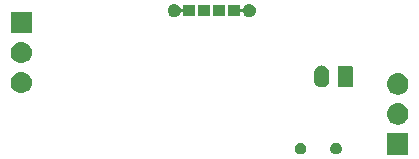
<source format=gbr>
G04 #@! TF.GenerationSoftware,KiCad,Pcbnew,(5.1.4-0)*
G04 #@! TF.CreationDate,2019-09-03T16:59:57-05:00*
G04 #@! TF.ProjectId,pic_beeper,7069635f-6265-4657-9065-722e6b696361,rev?*
G04 #@! TF.SameCoordinates,Original*
G04 #@! TF.FileFunction,Soldermask,Bot*
G04 #@! TF.FilePolarity,Negative*
%FSLAX46Y46*%
G04 Gerber Fmt 4.6, Leading zero omitted, Abs format (unit mm)*
G04 Created by KiCad (PCBNEW (5.1.4-0)) date 2019-09-03 16:59:57*
%MOMM*%
%LPD*%
G04 APERTURE LIST*
%ADD10C,0.100000*%
G04 APERTURE END LIST*
D10*
G36*
X47256000Y-24396000D02*
G01*
X45454000Y-24396000D01*
X45454000Y-22594000D01*
X47256000Y-22594000D01*
X47256000Y-24396000D01*
X47256000Y-24396000D01*
G37*
G36*
X38221740Y-23384627D02*
G01*
X38270136Y-23394253D01*
X38307902Y-23409896D01*
X38361311Y-23432019D01*
X38361312Y-23432020D01*
X38443369Y-23486848D01*
X38513152Y-23556631D01*
X38513153Y-23556633D01*
X38567981Y-23638689D01*
X38605747Y-23729865D01*
X38625000Y-23826655D01*
X38625000Y-23925345D01*
X38605747Y-24022135D01*
X38567981Y-24113311D01*
X38567980Y-24113312D01*
X38513152Y-24195369D01*
X38443369Y-24265152D01*
X38402062Y-24292752D01*
X38361311Y-24319981D01*
X38307902Y-24342104D01*
X38270136Y-24357747D01*
X38221740Y-24367373D01*
X38173345Y-24377000D01*
X38074655Y-24377000D01*
X38026260Y-24367373D01*
X37977864Y-24357747D01*
X37940098Y-24342104D01*
X37886689Y-24319981D01*
X37845938Y-24292752D01*
X37804631Y-24265152D01*
X37734848Y-24195369D01*
X37680020Y-24113312D01*
X37680019Y-24113311D01*
X37642253Y-24022135D01*
X37623000Y-23925345D01*
X37623000Y-23826655D01*
X37642253Y-23729865D01*
X37680019Y-23638689D01*
X37734847Y-23556633D01*
X37734848Y-23556631D01*
X37804631Y-23486848D01*
X37886688Y-23432020D01*
X37886689Y-23432019D01*
X37940098Y-23409896D01*
X37977864Y-23394253D01*
X38026260Y-23384626D01*
X38074655Y-23375000D01*
X38173345Y-23375000D01*
X38221740Y-23384627D01*
X38221740Y-23384627D01*
G37*
G36*
X41221740Y-23384627D02*
G01*
X41270136Y-23394253D01*
X41307902Y-23409896D01*
X41361311Y-23432019D01*
X41361312Y-23432020D01*
X41443369Y-23486848D01*
X41513152Y-23556631D01*
X41513153Y-23556633D01*
X41567981Y-23638689D01*
X41605747Y-23729865D01*
X41625000Y-23826655D01*
X41625000Y-23925345D01*
X41605747Y-24022135D01*
X41567981Y-24113311D01*
X41567980Y-24113312D01*
X41513152Y-24195369D01*
X41443369Y-24265152D01*
X41402062Y-24292752D01*
X41361311Y-24319981D01*
X41307902Y-24342104D01*
X41270136Y-24357747D01*
X41221740Y-24367373D01*
X41173345Y-24377000D01*
X41074655Y-24377000D01*
X41026260Y-24367373D01*
X40977864Y-24357747D01*
X40940098Y-24342104D01*
X40886689Y-24319981D01*
X40845938Y-24292752D01*
X40804631Y-24265152D01*
X40734848Y-24195369D01*
X40680020Y-24113312D01*
X40680019Y-24113311D01*
X40642253Y-24022135D01*
X40623000Y-23925345D01*
X40623000Y-23826655D01*
X40642253Y-23729865D01*
X40680019Y-23638689D01*
X40734847Y-23556633D01*
X40734848Y-23556631D01*
X40804631Y-23486848D01*
X40886688Y-23432020D01*
X40886689Y-23432019D01*
X40940098Y-23409896D01*
X40977864Y-23394253D01*
X41026260Y-23384626D01*
X41074655Y-23375000D01*
X41173345Y-23375000D01*
X41221740Y-23384627D01*
X41221740Y-23384627D01*
G37*
G36*
X46465442Y-20060518D02*
G01*
X46531627Y-20067037D01*
X46701466Y-20118557D01*
X46857991Y-20202222D01*
X46893729Y-20231552D01*
X46995186Y-20314814D01*
X47078448Y-20416271D01*
X47107778Y-20452009D01*
X47191443Y-20608534D01*
X47242963Y-20778373D01*
X47260359Y-20955000D01*
X47242963Y-21131627D01*
X47191443Y-21301466D01*
X47107778Y-21457991D01*
X47078448Y-21493729D01*
X46995186Y-21595186D01*
X46893729Y-21678448D01*
X46857991Y-21707778D01*
X46701466Y-21791443D01*
X46531627Y-21842963D01*
X46465443Y-21849481D01*
X46399260Y-21856000D01*
X46310740Y-21856000D01*
X46244557Y-21849481D01*
X46178373Y-21842963D01*
X46008534Y-21791443D01*
X45852009Y-21707778D01*
X45816271Y-21678448D01*
X45714814Y-21595186D01*
X45631552Y-21493729D01*
X45602222Y-21457991D01*
X45518557Y-21301466D01*
X45467037Y-21131627D01*
X45449641Y-20955000D01*
X45467037Y-20778373D01*
X45518557Y-20608534D01*
X45602222Y-20452009D01*
X45631552Y-20416271D01*
X45714814Y-20314814D01*
X45816271Y-20231552D01*
X45852009Y-20202222D01*
X46008534Y-20118557D01*
X46178373Y-20067037D01*
X46244558Y-20060518D01*
X46310740Y-20054000D01*
X46399260Y-20054000D01*
X46465442Y-20060518D01*
X46465442Y-20060518D01*
G37*
G36*
X46465442Y-17520518D02*
G01*
X46531627Y-17527037D01*
X46701466Y-17578557D01*
X46857991Y-17662222D01*
X46893729Y-17691552D01*
X46995186Y-17774814D01*
X47078448Y-17876271D01*
X47107778Y-17912009D01*
X47191443Y-18068534D01*
X47242963Y-18238373D01*
X47260359Y-18415000D01*
X47242963Y-18591627D01*
X47191443Y-18761466D01*
X47107778Y-18917991D01*
X47099411Y-18928186D01*
X46995186Y-19055186D01*
X46893729Y-19138448D01*
X46857991Y-19167778D01*
X46701466Y-19251443D01*
X46531627Y-19302963D01*
X46465442Y-19309482D01*
X46399260Y-19316000D01*
X46310740Y-19316000D01*
X46244558Y-19309482D01*
X46178373Y-19302963D01*
X46008534Y-19251443D01*
X45852009Y-19167778D01*
X45816271Y-19138448D01*
X45714814Y-19055186D01*
X45610589Y-18928186D01*
X45602222Y-18917991D01*
X45518557Y-18761466D01*
X45467037Y-18591627D01*
X45449641Y-18415000D01*
X45467037Y-18238373D01*
X45518557Y-18068534D01*
X45602222Y-17912009D01*
X45631552Y-17876271D01*
X45714814Y-17774814D01*
X45816271Y-17691552D01*
X45852009Y-17662222D01*
X46008534Y-17578557D01*
X46178373Y-17527037D01*
X46244558Y-17520518D01*
X46310740Y-17514000D01*
X46399260Y-17514000D01*
X46465442Y-17520518D01*
X46465442Y-17520518D01*
G37*
G36*
X14588442Y-17393518D02*
G01*
X14654627Y-17400037D01*
X14824466Y-17451557D01*
X14980991Y-17535222D01*
X15016729Y-17564552D01*
X15118186Y-17647814D01*
X15201448Y-17749271D01*
X15230778Y-17785009D01*
X15314443Y-17941534D01*
X15365963Y-18111373D01*
X15383359Y-18288000D01*
X15365963Y-18464627D01*
X15314443Y-18634466D01*
X15230778Y-18790991D01*
X15201448Y-18826729D01*
X15118186Y-18928186D01*
X15016729Y-19011448D01*
X14980991Y-19040778D01*
X14824466Y-19124443D01*
X14654627Y-19175963D01*
X14588443Y-19182481D01*
X14522260Y-19189000D01*
X14433740Y-19189000D01*
X14367557Y-19182481D01*
X14301373Y-19175963D01*
X14131534Y-19124443D01*
X13975009Y-19040778D01*
X13939271Y-19011448D01*
X13837814Y-18928186D01*
X13754552Y-18826729D01*
X13725222Y-18790991D01*
X13641557Y-18634466D01*
X13590037Y-18464627D01*
X13572641Y-18288000D01*
X13590037Y-18111373D01*
X13641557Y-17941534D01*
X13725222Y-17785009D01*
X13754552Y-17749271D01*
X13837814Y-17647814D01*
X13939271Y-17564552D01*
X13975009Y-17535222D01*
X14131534Y-17451557D01*
X14301373Y-17400037D01*
X14367558Y-17393518D01*
X14433740Y-17387000D01*
X14522260Y-17387000D01*
X14588442Y-17393518D01*
X14588442Y-17393518D01*
G37*
G36*
X40037618Y-16863420D02*
G01*
X40118400Y-16887925D01*
X40160336Y-16900646D01*
X40273425Y-16961094D01*
X40372554Y-17042446D01*
X40453906Y-17141575D01*
X40514354Y-17254664D01*
X40514355Y-17254668D01*
X40551580Y-17377382D01*
X40561000Y-17473027D01*
X40561000Y-18086973D01*
X40551580Y-18182618D01*
X40534667Y-18238373D01*
X40514354Y-18305336D01*
X40453906Y-18418425D01*
X40372554Y-18517553D01*
X40273424Y-18598906D01*
X40160335Y-18659354D01*
X40128403Y-18669040D01*
X40037617Y-18696580D01*
X39910000Y-18709149D01*
X39782382Y-18696580D01*
X39691596Y-18669040D01*
X39659664Y-18659354D01*
X39546575Y-18598906D01*
X39447447Y-18517554D01*
X39366094Y-18418424D01*
X39305646Y-18305335D01*
X39285334Y-18238375D01*
X39268420Y-18182617D01*
X39259000Y-18086972D01*
X39259000Y-17473027D01*
X39268420Y-17377382D01*
X39305645Y-17254668D01*
X39305645Y-17254667D01*
X39337957Y-17194217D01*
X39366095Y-17141574D01*
X39379493Y-17125249D01*
X39447447Y-17042446D01*
X39546576Y-16961094D01*
X39659665Y-16900646D01*
X39701601Y-16887925D01*
X39782383Y-16863420D01*
X39910000Y-16850851D01*
X40037618Y-16863420D01*
X40037618Y-16863420D01*
G37*
G36*
X42401242Y-16858404D02*
G01*
X42438337Y-16869657D01*
X42472515Y-16887925D01*
X42502481Y-16912519D01*
X42527075Y-16942485D01*
X42545343Y-16976663D01*
X42556596Y-17013758D01*
X42561000Y-17058474D01*
X42561000Y-18501526D01*
X42556596Y-18546242D01*
X42545343Y-18583337D01*
X42527075Y-18617515D01*
X42502481Y-18647481D01*
X42472515Y-18672075D01*
X42438337Y-18690343D01*
X42401242Y-18701596D01*
X42356526Y-18706000D01*
X41463474Y-18706000D01*
X41418758Y-18701596D01*
X41381663Y-18690343D01*
X41347485Y-18672075D01*
X41317519Y-18647481D01*
X41292925Y-18617515D01*
X41274657Y-18583337D01*
X41263404Y-18546242D01*
X41259000Y-18501526D01*
X41259000Y-17058474D01*
X41263404Y-17013758D01*
X41274657Y-16976663D01*
X41292925Y-16942485D01*
X41317519Y-16912519D01*
X41347485Y-16887925D01*
X41381663Y-16869657D01*
X41418758Y-16858404D01*
X41463474Y-16854000D01*
X42356526Y-16854000D01*
X42401242Y-16858404D01*
X42401242Y-16858404D01*
G37*
G36*
X14588442Y-14853518D02*
G01*
X14654627Y-14860037D01*
X14824466Y-14911557D01*
X14980991Y-14995222D01*
X15016729Y-15024552D01*
X15118186Y-15107814D01*
X15201448Y-15209271D01*
X15230778Y-15245009D01*
X15314443Y-15401534D01*
X15365963Y-15571373D01*
X15383359Y-15748000D01*
X15365963Y-15924627D01*
X15314443Y-16094466D01*
X15230778Y-16250991D01*
X15201448Y-16286729D01*
X15118186Y-16388186D01*
X15016729Y-16471448D01*
X14980991Y-16500778D01*
X14824466Y-16584443D01*
X14654627Y-16635963D01*
X14588443Y-16642481D01*
X14522260Y-16649000D01*
X14433740Y-16649000D01*
X14367557Y-16642481D01*
X14301373Y-16635963D01*
X14131534Y-16584443D01*
X13975009Y-16500778D01*
X13939271Y-16471448D01*
X13837814Y-16388186D01*
X13754552Y-16286729D01*
X13725222Y-16250991D01*
X13641557Y-16094466D01*
X13590037Y-15924627D01*
X13572641Y-15748000D01*
X13590037Y-15571373D01*
X13641557Y-15401534D01*
X13725222Y-15245009D01*
X13754552Y-15209271D01*
X13837814Y-15107814D01*
X13939271Y-15024552D01*
X13975009Y-14995222D01*
X14131534Y-14911557D01*
X14301373Y-14860037D01*
X14367558Y-14853518D01*
X14433740Y-14847000D01*
X14522260Y-14847000D01*
X14588442Y-14853518D01*
X14588442Y-14853518D01*
G37*
G36*
X15379000Y-14109000D02*
G01*
X13577000Y-14109000D01*
X13577000Y-12307000D01*
X15379000Y-12307000D01*
X15379000Y-14109000D01*
X15379000Y-14109000D01*
G37*
G36*
X33942721Y-11662174D02*
G01*
X34042995Y-11703709D01*
X34042996Y-11703710D01*
X34133242Y-11764010D01*
X34209990Y-11840758D01*
X34209991Y-11840760D01*
X34270291Y-11931005D01*
X34311826Y-12031279D01*
X34333000Y-12137730D01*
X34333000Y-12246270D01*
X34311826Y-12352721D01*
X34270291Y-12452995D01*
X34270290Y-12452996D01*
X34209990Y-12543242D01*
X34133242Y-12619990D01*
X34087812Y-12650345D01*
X34042995Y-12680291D01*
X33942721Y-12721826D01*
X33836270Y-12743000D01*
X33727730Y-12743000D01*
X33621279Y-12721826D01*
X33521005Y-12680291D01*
X33476188Y-12650345D01*
X33430758Y-12619990D01*
X33354010Y-12543242D01*
X33293710Y-12452996D01*
X33293709Y-12452995D01*
X33253483Y-12355881D01*
X33241932Y-12334270D01*
X33226387Y-12315328D01*
X33207445Y-12299783D01*
X33185834Y-12288232D01*
X33162385Y-12281119D01*
X33137999Y-12278717D01*
X33113613Y-12281119D01*
X33090164Y-12288232D01*
X33068553Y-12299783D01*
X33049611Y-12315328D01*
X33034066Y-12334270D01*
X33022515Y-12355881D01*
X33015402Y-12379330D01*
X33013000Y-12403716D01*
X33013000Y-12693000D01*
X32011000Y-12693000D01*
X32011000Y-11691000D01*
X33013000Y-11691000D01*
X33013000Y-11980284D01*
X33015402Y-12004670D01*
X33022515Y-12028119D01*
X33034066Y-12049730D01*
X33049611Y-12068672D01*
X33068553Y-12084217D01*
X33090164Y-12095768D01*
X33113613Y-12102881D01*
X33137999Y-12105283D01*
X33162385Y-12102881D01*
X33185834Y-12095768D01*
X33207445Y-12084217D01*
X33226387Y-12068672D01*
X33241932Y-12049730D01*
X33253483Y-12028119D01*
X33293709Y-11931005D01*
X33354009Y-11840760D01*
X33354010Y-11840758D01*
X33430758Y-11764010D01*
X33521004Y-11703710D01*
X33521005Y-11703709D01*
X33621279Y-11662174D01*
X33727730Y-11641000D01*
X33836270Y-11641000D01*
X33942721Y-11662174D01*
X33942721Y-11662174D01*
G37*
G36*
X27592721Y-11662174D02*
G01*
X27692995Y-11703709D01*
X27692996Y-11703710D01*
X27783242Y-11764010D01*
X27859990Y-11840758D01*
X27859991Y-11840760D01*
X27920291Y-11931005D01*
X27960517Y-12028119D01*
X27972068Y-12049730D01*
X27987613Y-12068672D01*
X28006555Y-12084217D01*
X28028166Y-12095768D01*
X28051615Y-12102881D01*
X28076001Y-12105283D01*
X28100387Y-12102881D01*
X28123836Y-12095768D01*
X28145447Y-12084217D01*
X28164389Y-12068672D01*
X28179934Y-12049730D01*
X28191485Y-12028119D01*
X28198598Y-12004670D01*
X28201000Y-11980284D01*
X28201000Y-11691000D01*
X29203000Y-11691000D01*
X29203000Y-12693000D01*
X28201000Y-12693000D01*
X28201000Y-12403716D01*
X28198598Y-12379330D01*
X28191485Y-12355881D01*
X28179934Y-12334270D01*
X28164389Y-12315328D01*
X28145447Y-12299783D01*
X28123836Y-12288232D01*
X28100387Y-12281119D01*
X28076001Y-12278717D01*
X28051615Y-12281119D01*
X28028166Y-12288232D01*
X28006555Y-12299783D01*
X27987613Y-12315328D01*
X27972068Y-12334270D01*
X27960517Y-12355881D01*
X27920291Y-12452995D01*
X27920290Y-12452996D01*
X27859990Y-12543242D01*
X27783242Y-12619990D01*
X27737812Y-12650345D01*
X27692995Y-12680291D01*
X27592721Y-12721826D01*
X27486270Y-12743000D01*
X27377730Y-12743000D01*
X27271279Y-12721826D01*
X27171005Y-12680291D01*
X27126188Y-12650345D01*
X27080758Y-12619990D01*
X27004010Y-12543242D01*
X26943710Y-12452996D01*
X26943709Y-12452995D01*
X26902174Y-12352721D01*
X26881000Y-12246270D01*
X26881000Y-12137730D01*
X26902174Y-12031279D01*
X26943709Y-11931005D01*
X27004009Y-11840760D01*
X27004010Y-11840758D01*
X27080758Y-11764010D01*
X27171004Y-11703710D01*
X27171005Y-11703709D01*
X27271279Y-11662174D01*
X27377730Y-11641000D01*
X27486270Y-11641000D01*
X27592721Y-11662174D01*
X27592721Y-11662174D01*
G37*
G36*
X31743000Y-12693000D02*
G01*
X30741000Y-12693000D01*
X30741000Y-11691000D01*
X31743000Y-11691000D01*
X31743000Y-12693000D01*
X31743000Y-12693000D01*
G37*
G36*
X30473000Y-12693000D02*
G01*
X29471000Y-12693000D01*
X29471000Y-11691000D01*
X30473000Y-11691000D01*
X30473000Y-12693000D01*
X30473000Y-12693000D01*
G37*
M02*

</source>
